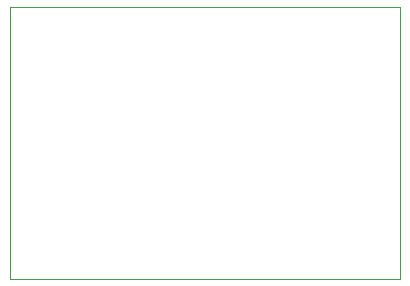
<source format=gbr>
%TF.GenerationSoftware,KiCad,Pcbnew,7.0.9-7.0.9~ubuntu22.04.1*%
%TF.CreationDate,2023-11-27T21:35:51+01:00*%
%TF.ProjectId,ohe_power_supply_1,6f68655f-706f-4776-9572-5f737570706c,rev?*%
%TF.SameCoordinates,Original*%
%TF.FileFunction,Profile,NP*%
%FSLAX46Y46*%
G04 Gerber Fmt 4.6, Leading zero omitted, Abs format (unit mm)*
G04 Created by KiCad (PCBNEW 7.0.9-7.0.9~ubuntu22.04.1) date 2023-11-27 21:35:51*
%MOMM*%
%LPD*%
G01*
G04 APERTURE LIST*
%TA.AperFunction,Profile*%
%ADD10C,0.100000*%
%TD*%
G04 APERTURE END LIST*
D10*
X168000000Y-103000000D02*
X169000000Y-103000000D01*
X168000000Y-126000000D02*
X168000000Y-103000000D01*
X201000000Y-126000000D02*
X168000000Y-126000000D01*
X201000000Y-125600000D02*
X201000000Y-126000000D01*
X201000000Y-103000000D02*
X201000000Y-125600000D01*
X169000000Y-103000000D02*
X201000000Y-103000000D01*
M02*

</source>
